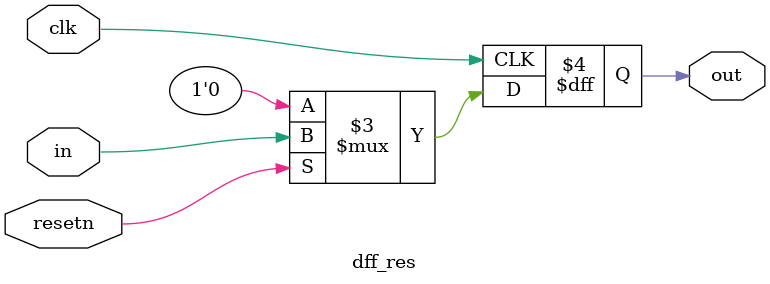
<source format=v>
/*
Implement the following circuit:
*/


module top_module (
    input clk,
    input resetn,   // synchronous reset
    input in,
    output out);

    reg[2:0] prel_outs;

    dff_res dffs [3:0] (
        .clk({4{clk}}),
        .resetn({4{resetn}}),
        .in({prel_outs, in}),
        .out({out, prel_outs}),
    );


endmodule



module dff_res (
    input clk,
    input resetn,
    input in,
    output reg out
);

    always @(posedge clk) begin
        out <= (!resetn) ? 1'b0 : in;
    end

endmodule
</source>
